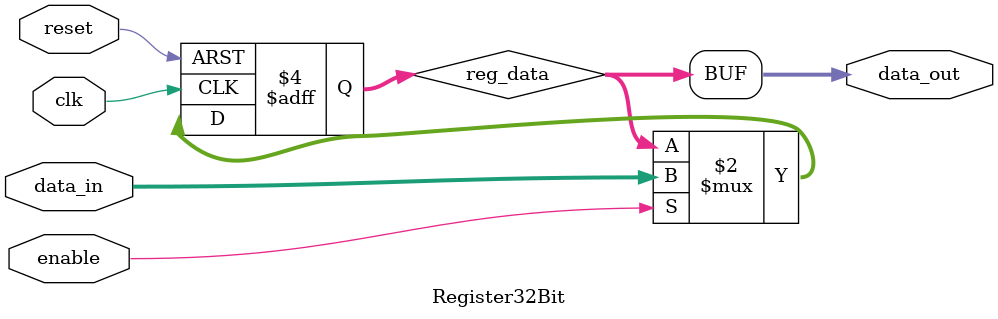
<source format=sv>
`timescale 1 ps / 100 fs


module Register32Bit(
    output wire [31:0] data_out,
    input wire [31:0] data_in,
    input wire enable,
    input wire clk,
    input wire reset,
    );
    reg [31:0] reg_data;

    always @(posedge clk or posedge reset) begin
        if (reset)
            reg_data <= 0;
        else if (enable)
            reg_data <= data_in;
    end

    assign data_out = reg_data;
endmodule

</source>
